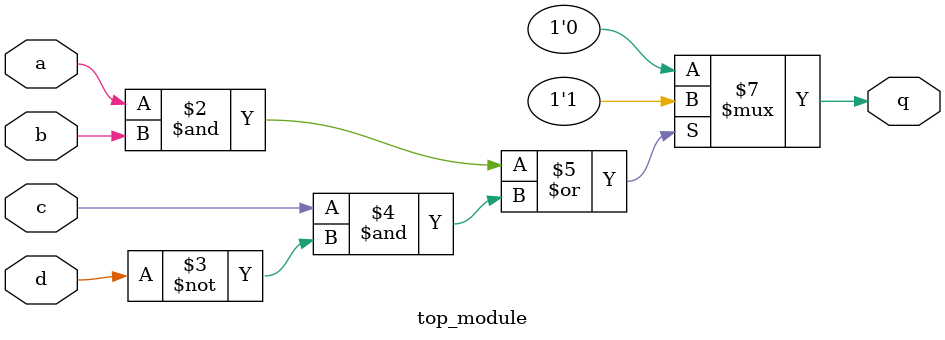
<source format=sv>
module top_module (
  input a,
  input b,
  input c,
  input d,
  output reg q
);

  always @* begin
    if ((a & b) | (c & ~d))
      q <= 1'b1;
    else
      q <= 1'b0;
  end
  
endmodule

</source>
